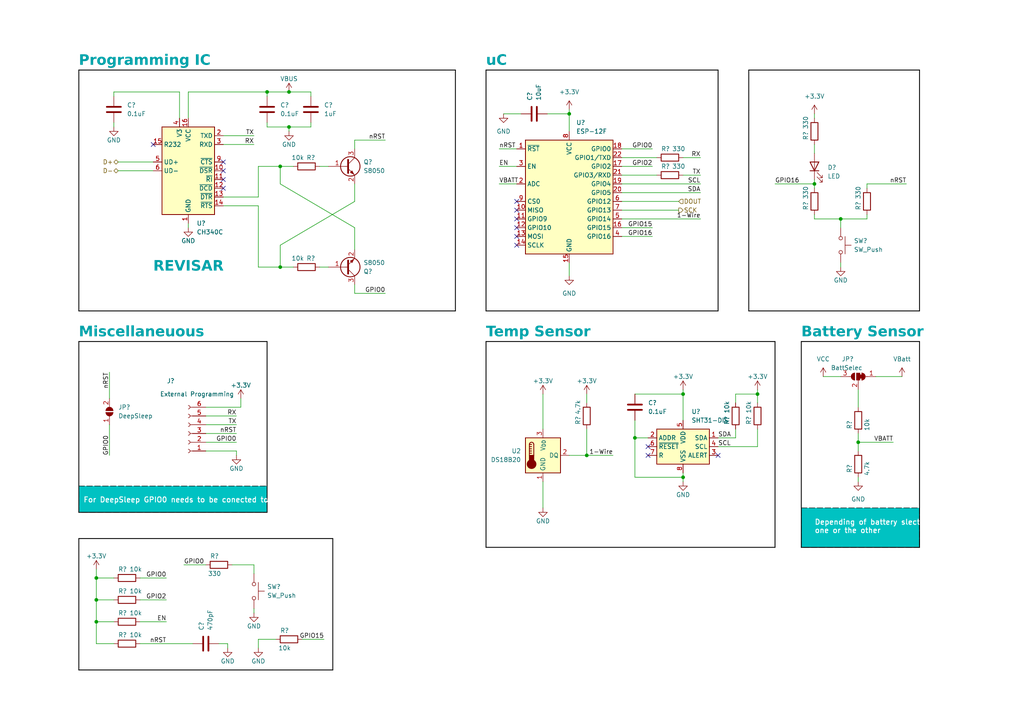
<source format=kicad_sch>
(kicad_sch (version 20230121) (generator eeschema)
  (paper "A4")
  (title_block (title "Gas Weigther") (date "2023-11-04") (rev "1"))
  (lib_symbols
    (symbol "Connector:Conn_01x06_Female" (pin_names (offset 1.016) hide)
      (property "Reference" "J" (at 0 7.62 0))
      (property "Value" "Conn_01x06_Female" (at 0 -10.16 0))
      (symbol "Conn_01x06_Female_1_1"
        (arc (start 0 -7.112) (mid -0.5058 -7.62) (end 0 -8.128) (stroke (width 0.1524)))
        (arc (start 0 -4.572) (mid -0.5058 -5.08) (end 0 -5.588) (stroke (width 0.1524)))
        (arc (start 0 -2.032) (mid -0.5058 -2.54) (end 0 -3.048) (stroke (width 0.1524)))
        (polyline (pts (xy -1.27 -7.62) (xy -0.508 -7.62)) (stroke (width 0.1524)))
        (polyline (pts (xy -1.27 -5.08) (xy -0.508 -5.08)) (stroke (width 0.1524)))
        (polyline (pts (xy -1.27 -2.54) (xy -0.508 -2.54)) (stroke (width 0.1524)))
        (polyline (pts (xy -1.27 0) (xy -0.508 0)) (stroke (width 0.1524)))
        (polyline (pts (xy -1.27 2.54) (xy -0.508 2.54)) (stroke (width 0.1524)))
        (polyline (pts (xy -1.27 5.08) (xy -0.508 5.08)) (stroke (width 0.1524)))
        (arc (start 0 0.508) (mid -0.5058 0) (end 0 -0.508) (stroke (width 0.1524)))
        (arc (start 0 3.048) (mid -0.5058 2.54) (end 0 2.032) (stroke (width 0.1524)))
        (arc (start 0 5.588) (mid -0.5058 5.08) (end 0 4.572) (stroke (width 0.1524)))
        (pin passive line (at -5.08 5.08 0) (length 3.81) (name "Pin_1") (number "1"))
        (pin passive line (at -5.08 2.54 0) (length 3.81) (name "Pin_2") (number "2"))
        (pin passive line (at -5.08 0 0) (length 3.81) (name "Pin_3") (number "3"))
        (pin passive line (at -5.08 -2.54 0) (length 3.81) (name "Pin_4") (number "4"))
        (pin passive line (at -5.08 -5.08 0) (length 3.81) (name "Pin_5") (number "5"))
        (pin passive line (at -5.08 -7.62 0) (length 3.81) (name "Pin_6") (number "6"))
      )
    )
    (symbol "Device:C" (pin_numbers hide) (pin_names (offset 0.254))
      (property "Reference" "C" (at 0.635 2.54 0))
      (property "Value" "C" (at 0.635 -2.54 0))
      (symbol "C_0_1"
        (polyline (pts (xy -2.032 -0.762) (xy 2.032 -0.762)) (stroke (width 0.508)))
        (polyline (pts (xy -2.032 0.762) (xy 2.032 0.762)) (stroke (width 0.508)))
      )
      (symbol "C_1_1"
        (pin passive line (at 0 3.81 270) (length 2.794) (name "~") (number "1"))
        (pin passive line (at 0 -3.81 90) (length 2.794) (name "~") (number "2"))
      )
    )
    (symbol "Device:LED" (pin_numbers hide) (pin_names (offset 1.016) hide)
      (property "Reference" "D" (at 0 2.54 0))
      (property "Value" "LED" (at 0 -2.54 0))
      (symbol "LED_0_1"
        (polyline (pts (xy -1.27 -1.27) (xy -1.27 1.27)) (stroke (width 0.254)))
        (polyline (pts (xy -1.27 0) (xy 1.27 0)))
        (polyline (pts (xy 1.27 -1.27) (xy 1.27 1.27) (xy -1.27 0) (xy 1.27 -1.27)) (stroke (width 0.254)))
        (polyline (pts (xy -3.048 -0.762) (xy -4.572 -2.286) (xy -3.81 -2.286) (xy -4.572 -2.286) (xy -4.572 -1.524)))
        (polyline (pts (xy -1.778 -0.762) (xy -3.302 -2.286) (xy -2.54 -2.286) (xy -3.302 -2.286) (xy -3.302 -1.524)))
      )
      (symbol "LED_1_1"
        (pin passive line (at -3.81 0 0) (length 2.54) (name "K") (number "1"))
        (pin passive line (at 3.81 0 180) (length 2.54) (name "A") (number "2"))
      )
    )
    (symbol "Device:R" (pin_numbers hide) (pin_names (offset 0))
      (property "Reference" "R" (at 2.032 0 90))
      (property "Value" "R" (at 0 0 90))
      (symbol "R_0_1"
        (rectangle (start -1.016 -2.54) (end 1.016 2.54) (stroke (width 0.254)))
      )
      (symbol "R_1_1"
        (pin passive line (at 0 3.81 270) (length 1.27) (name "~") (number "1"))
        (pin passive line (at 0 -3.81 90) (length 1.27) (name "~") (number "2"))
      )
    )
    (symbol "Interface_USB:CH340C"
      (property "Reference" "U" (at -5.08 13.97 0))
      (property "Value" "CH340C" (at 1.27 13.97 0))
      (symbol "CH340C_0_1"
        (rectangle (start -7.62 12.7) (end 7.62 -12.7) (stroke (width 0.254)) (fill (type background)))
      )
      (symbol "CH340C_1_1"
        (pin power_in line (at 0 -15.24 90) (length 2.54) (name "GND") (number "1"))
        (pin input line (at 10.16 0 180) (length 2.54) (name "~{DSR}") (number "10"))
        (pin input line (at 10.16 -2.54 180) (length 2.54) (name "~{RI}") (number "11"))
        (pin input line (at 10.16 -5.08 180) (length 2.54) (name "~{DCD}") (number "12"))
        (pin output line (at 10.16 -7.62 180) (length 2.54) (name "~{DTR}") (number "13"))
        (pin output line (at 10.16 -10.16 180) (length 2.54) (name "~{RTS}") (number "14"))
        (pin input line (at -10.16 7.62 0) (length 2.54) (name "R232") (number "15"))
        (pin power_in line (at 0 15.24 270) (length 2.54) (name "VCC") (number "16"))
        (pin output line (at 10.16 10.16 180) (length 2.54) (name "TXD") (number "2"))
        (pin input line (at 10.16 7.62 180) (length 2.54) (name "RXD") (number "3"))
        (pin passive line (at -2.54 15.24 270) (length 2.54) (name "V3") (number "4"))
        (pin bidirectional line (at -10.16 2.54 0) (length 2.54) (name "UD+") (number "5"))
        (pin bidirectional line (at -10.16 0 0) (length 2.54) (name "UD-") (number "6"))
        (pin no_connect line (at -7.62 -7.62 0) (length 2.54) hide (name "NC") (number "7"))
        (pin no_connect line (at -7.62 -10.16 0) (length 2.54) hide (name "NC") (number "8"))
        (pin input line (at 10.16 2.54 180) (length 2.54) (name "~{CTS}") (number "9"))
      )
    )
    (symbol "Jumper:SolderJumper_2_Open" (pin_names (offset 0) hide)
      (property "Reference" "JP" (at 0 2.032 0))
      (property "Value" "SolderJumper_2_Open" (at 0 -2.54 0))
      (symbol "SolderJumper_2_Open_0_1"
        (arc (start -0.254 1.016) (mid -1.2656 0) (end -0.254 -1.016))
        (arc (start -0.254 1.016) (mid -1.2656 0) (end -0.254 -1.016) (fill (type outline)))
        (polyline (pts (xy -0.254 1.016) (xy -0.254 -1.016)))
        (polyline (pts (xy 0.254 1.016) (xy 0.254 -1.016)))
        (arc (start 0.254 -1.016) (mid 1.2656 0) (end 0.254 1.016))
        (arc (start 0.254 -1.016) (mid 1.2656 0) (end 0.254 1.016) (fill (type outline)))
      )
      (symbol "SolderJumper_2_Open_1_1"
        (pin passive line (at -3.81 0 0) (length 2.54) (name "A") (number "1"))
        (pin passive line (at 3.81 0 180) (length 2.54) (name "B") (number "2"))
      )
    )
    (symbol "Jumper:SolderJumper_3_Bridged12" (pin_names (offset 0) hide)
      (property "Reference" "JP" (at -2.54 -2.54 0))
      (property "Value" "SolderJumper_3_Bridged12" (at 0 2.794 0))
      (symbol "SolderJumper_3_Bridged12_0_1"
        (rectangle (start -1.016 0.508) (end -0.508 -0.508) (fill (type outline)))
        (arc (start -1.016 1.016) (mid -2.0276 0) (end -1.016 -1.016))
        (arc (start -1.016 1.016) (mid -2.0276 0) (end -1.016 -1.016) (fill (type outline)))
        (rectangle (start -0.508 1.016) (end 0.508 -1.016) (fill (type outline)))
        (polyline (pts (xy -2.54 0) (xy -2.032 0)))
        (polyline (pts (xy -1.016 1.016) (xy -1.016 -1.016)))
        (polyline (pts (xy 0 -1.27) (xy 0 -1.016)))
        (polyline (pts (xy 1.016 1.016) (xy 1.016 -1.016)))
        (polyline (pts (xy 2.54 0) (xy 2.032 0)))
        (arc (start 1.016 -1.016) (mid 2.0276 0) (end 1.016 1.016))
        (arc (start 1.016 -1.016) (mid 2.0276 0) (end 1.016 1.016) (fill (type outline)))
      )
      (symbol "SolderJumper_3_Bridged12_1_1"
        (pin passive line (at -5.08 0 0) (length 2.54) (name "A") (number "1"))
        (pin passive line (at 0 -3.81 90) (length 2.54) (name "C") (number "2"))
        (pin passive line (at 5.08 0 180) (length 2.54) (name "B") (number "3"))
      )
    )
    (symbol "Power_Symbols:VBatt" (power) (pin_names (offset 0))
      (property "Value" "VBatt" (at 0 6.35 0))
      (symbol "VBatt_0_1"
        (polyline (pts (xy -0.762 1.27) (xy 0 2.54)))
        (polyline (pts (xy 0 0) (xy 0 2.54)))
        (polyline (pts (xy 0 2.54) (xy 0.762 1.27)))
      )
      (symbol "VBatt_1_1"
        (pin power_in line (at 0 0 90) (length 0) hide (name "VBatt") (number "1"))
      )
    )
    (symbol "RF_Module:ESP-12F"
      (property "Reference" "U" (at -12.7 19.05 0))
      (property "Value" "ESP-12F" (at 12.7 19.05 0))
      (symbol "ESP-12F_0_1"
        (rectangle (start -12.7 17.78) (end 12.7 -15.24) (stroke (width 0.254)) (fill (type background)))
      )
      (symbol "ESP-12F_1_1"
        (pin input line (at -15.24 15.24 0) (length 2.54) (name "~{RST}") (number "1"))
        (pin bidirectional line (at -15.24 -2.54 0) (length 2.54) (name "MISO") (number "10"))
        (pin bidirectional line (at -15.24 -5.08 0) (length 2.54) (name "GPIO9") (number "11"))
        (pin bidirectional line (at -15.24 -7.62 0) (length 2.54) (name "GPIO10") (number "12"))
        (pin bidirectional line (at -15.24 -10.16 0) (length 2.54) (name "MOSI") (number "13"))
        (pin bidirectional line (at -15.24 -12.7 0) (length 2.54) (name "SCLK") (number "14"))
        (pin power_in line (at 0 -17.78 90) (length 2.54) (name "GND") (number "15"))
        (pin bidirectional line (at 15.24 -7.62 180) (length 2.54) (name "GPIO15") (number "16"))
        (pin bidirectional line (at 15.24 10.16 180) (length 2.54) (name "GPIO2") (number "17"))
        (pin bidirectional line (at 15.24 15.24 180) (length 2.54) (name "GPIO0") (number "18"))
        (pin bidirectional line (at 15.24 5.08 180) (length 2.54) (name "GPIO4") (number "19"))
        (pin input line (at -15.24 5.08 0) (length 2.54) (name "ADC") (number "2"))
        (pin bidirectional line (at 15.24 2.54 180) (length 2.54) (name "GPIO5") (number "20"))
        (pin bidirectional line (at 15.24 7.62 180) (length 2.54) (name "GPIO3/RXD") (number "21"))
        (pin bidirectional line (at 15.24 12.7 180) (length 2.54) (name "GPIO1/TXD") (number "22"))
        (pin input line (at -15.24 10.16 0) (length 2.54) (name "EN") (number "3"))
        (pin bidirectional line (at 15.24 -10.16 180) (length 2.54) (name "GPIO16") (number "4"))
        (pin bidirectional line (at 15.24 -5.08 180) (length 2.54) (name "GPIO14") (number "5"))
        (pin bidirectional line (at 15.24 0 180) (length 2.54) (name "GPIO12") (number "6"))
        (pin bidirectional line (at 15.24 -2.54 180) (length 2.54) (name "GPIO13") (number "7"))
        (pin power_in line (at 0 20.32 270) (length 2.54) (name "VCC") (number "8"))
        (pin input line (at -15.24 0 0) (length 2.54) (name "CS0") (number "9"))
      )
    )
    (symbol "S8050_1" (pin_names (offset 0) hide)
      (property "Reference" "Q1" (at 5.08 1.2701 0))
      (property "Value" "S8050" (at 5.08 -1.2699 0))
      (symbol "S8050_1_0_1"
        (polyline (pts (xy 0 0) (xy 0.635 0)))
        (polyline (pts (xy 0.635 0.635) (xy 2.54 2.54)))
        (polyline (pts (xy 0.635 -0.635) (xy 2.54 -2.54) (xy 2.54 -2.54)))
        (polyline (pts (xy 0.635 1.905) (xy 0.635 -1.905) (xy 0.635 -1.905)) (stroke (width 0.508)))
        (polyline (pts (xy 1.27 -1.778) (xy 1.778 -1.27) (xy 2.286 -2.286) (xy 1.27 -1.778) (xy 1.27 -1.778)) (fill (type outline)))
        (circle (center 1.27 0) (radius 2.8194) (stroke (width 0.254)))
      )
      (symbol "S8050_1_1_1"
        (pin input line (at -5.08 0 0) (length 5.08) (name "B") (number "1"))
        (pin passive line (at 2.54 -5.08 90) (length 2.54) (name "E") (number "2"))
        (pin passive line (at 2.54 5.08 270) (length 2.54) (name "C") (number "3"))
      )
    )
    (symbol "Sensor_Humidity:SHT31-DIS"
      (property "Reference" "U" (at -6.35 6.35 0))
      (property "Value" "SHT31-DIS" (at 6.35 6.35 0))
      (symbol "SHT31-DIS_0_1"
        (rectangle (start -7.62 5.08) (end 7.62 -5.08) (stroke (width 0.254)) (fill (type background)))
      )
      (symbol "SHT31-DIS_1_1"
        (pin bidirectional line (at 10.16 2.54 180) (length 2.54) (name "SDA") (number "1"))
        (pin input line (at -10.16 2.54 0) (length 2.54) (name "ADDR") (number "2"))
        (pin output line (at 10.16 -2.54 180) (length 2.54) (name "ALERT") (number "3"))
        (pin input line (at 10.16 0 180) (length 2.54) (name "SCL") (number "4"))
        (pin power_in line (at 0 7.62 270) (length 2.54) (name "VDD") (number "5"))
        (pin input line (at -10.16 0 0) (length 2.54) (name "~{RESET}") (number "6"))
        (pin passive line (at -10.16 -2.54 0) (length 2.54) (name "R") (number "7"))
        (pin power_in line (at 0 -7.62 90) (length 2.54) (name "VSS") (number "8"))
        (pin passive line (at 0 -7.62 90) (length 2.54) hide (name "VSS") (number "9"))
      )
    )
    (symbol "Sensor_Temperature:DS18B20"
      (property "Reference" "U" (at -3.81 6.35 0))
      (property "Value" "DS18B20" (at 6.35 6.35 0))
      (symbol "DS18B20_0_1"
        (rectangle (start -5.08 5.08) (end 5.08 -5.08) (stroke (width 0.254)) (fill (type background)))
        (circle (center -3.302 -2.54) (radius 1.27) (stroke (width 0.254)) (fill (type outline)))
        (rectangle (start -2.667 -1.905) (end -3.937 0) (stroke (width 0.254)) (fill (type outline)))
        (arc (start -2.667 3.175) (mid -3.302 3.8073) (end -3.937 3.175) (stroke (width 0.254)))
        (polyline (pts (xy -3.937 0.635) (xy -3.302 0.635)) (stroke (width 0.254)))
        (polyline (pts (xy -3.937 1.27) (xy -3.302 1.27)) (stroke (width 0.254)))
        (polyline (pts (xy -3.937 1.905) (xy -3.302 1.905)) (stroke (width 0.254)))
        (polyline (pts (xy -3.937 2.54) (xy -3.302 2.54)) (stroke (width 0.254)))
        (polyline (pts (xy -3.937 3.175) (xy -3.937 0)) (stroke (width 0.254)))
        (polyline (pts (xy -3.937 3.175) (xy -3.302 3.175)) (stroke (width 0.254)))
        (polyline (pts (xy -2.667 3.175) (xy -2.667 0)) (stroke (width 0.254)))
      )
      (symbol "DS18B20_1_1"
        (pin power_in line (at 0 -7.62 90) (length 2.54) (name "GND") (number "1"))
        (pin bidirectional line (at 7.62 0 180) (length 2.54) (name "DQ") (number "2"))
        (pin power_in line (at 0 7.62 270) (length 2.54) (name "V_{DD}") (number "3"))
      )
    )
    (symbol "Switch:SW_Push" (pin_numbers hide) (pin_names (offset 1.016) hide)
      (property "Reference" "SW" (at 1.27 2.54 0))
      (property "Value" "SW_Push" (at 0 -1.524 0))
      (symbol "SW_Push_0_1"
        (circle (center -2.032 0) (radius 0.508))
        (polyline (pts (xy 0 1.27) (xy 0 3.048)))
        (polyline (pts (xy 2.54 1.27) (xy -2.54 1.27)))
        (circle (center 2.032 0) (radius 0.508))
        (pin passive line (at -5.08 0 0) (length 2.54) (name "1") (number "1"))
        (pin passive line (at 5.08 0 180) (length 2.54) (name "2") (number "2"))
      )
    )
    (symbol "power:+3.3V" (power) (pin_names (offset 0))
      (property "Value" "+3.3V" (at 0 3.556 0))
      (symbol "+3.3V_0_1"
        (polyline (pts (xy -0.762 1.27) (xy 0 2.54)))
        (polyline (pts (xy 0 0) (xy 0 2.54)))
        (polyline (pts (xy 0 2.54) (xy 0.762 1.27)))
      )
      (symbol "+3.3V_1_1"
        (pin power_in line (at 0 0 90) (length 0) hide (name "+3.3V") (number "1"))
      )
    )
    (symbol "power:GND" (power) (pin_names (offset 0))
      (property "Value" "GND" (at 0 -3.81 0))
      (symbol "GND_0_1"
        (polyline (pts (xy 0 0) (xy 0 -1.27) (xy 1.27 -1.27) (xy 0 -2.54) (xy -1.27 -1.27) (xy 0 -1.27)))
      )
      (symbol "GND_1_1"
        (pin power_in line (at 0 0 270) (length 0) hide (name "GND") (number "1"))
      )
    )
    (symbol "power:VBUS" (power) (pin_names (offset 0))
      (property "Value" "VBUS" (at 0 3.81 0))
      (symbol "VBUS_0_1"
        (polyline (pts (xy -0.762 1.27) (xy 0 2.54)))
        (polyline (pts (xy 0 0) (xy 0 2.54)))
        (polyline (pts (xy 0 2.54) (xy 0.762 1.27)))
      )
      (symbol "VBUS_1_1"
        (pin power_in line (at 0 0 90) (length 0) hide (name "VBUS") (number "1"))
      )
    )
    (symbol "power:VCC" (power) (pin_names (offset 0))
      (property "Value" "VCC" (at 0 3.81 0))
      (symbol "VCC_0_1"
        (polyline (pts (xy -0.762 1.27) (xy 0 2.54)))
        (polyline (pts (xy 0 0) (xy 0 2.54)))
        (polyline (pts (xy 0 2.54) (xy 0.762 1.27)))
      )
      (symbol "VCC_1_1"
        (pin power_in line (at 0 0 90) (length 0) hide (name "VCC") (number "1"))
      )
    )
  )
  (junction (at 243.84 63.5))
  (junction (at 81.28 48.26))
  (junction (at 184.15 127))
  (junction (at 170.18 132.08))
  (junction (at 236.22 53.34))
  (junction (at 27.94 167.64))
  (junction (at 83.82 36.83))
  (junction (at 248.92 128.27))
  (junction (at 27.94 180.34))
  (junction (at 198.12 114.3))
  (junction (at 219.71 114.3))
  (junction (at 198.12 138.43))
  (junction (at 27.94 173.99))
  (junction (at 165.1 33.02))
  (junction (at 77.47 26.67))
  (junction (at 83.82 26.67))
  (junction (at 81.28 77.47))
  (no_connect (at 187.96 132.08))
  (no_connect (at 149.86 68.58))
  (no_connect (at 64.77 46.99))
  (no_connect (at 149.86 63.5))
  (no_connect (at 64.77 49.53))
  (no_connect (at 149.86 58.42))
  (no_connect (at 64.77 54.61))
  (no_connect (at 44.45 41.91))
  (no_connect (at 64.77 52.07))
  (no_connect (at 149.86 60.96))
  (no_connect (at 149.86 66.04))
  (no_connect (at 187.96 129.54))
  (no_connect (at 149.86 71.12))
  (no_connect (at 208.28 132.08))
  (wire (pts (xy 27.94 173.99) (xy 33.02 173.99)))
  (wire (pts (xy 59.69 125.73) (xy 68.58 125.73)))
  (wire (pts (xy 40.64 186.69) (xy 55.88 186.69)))
  (wire (pts (xy 83.82 36.83) (xy 90.17 36.83)))
  (wire (pts (xy 198.12 114.3) (xy 198.12 121.92)))
  (wire (pts (xy 219.71 114.3) (xy 219.71 116.84)))
  (wire (pts (xy 63.5 186.69) (xy 66.04 186.69)))
  (wire (pts (xy 90.17 26.67) (xy 90.17 27.94)))
  (wire (pts (xy 102.87 72.39) (xy 102.87 66.04)))
  (wire (pts (xy 198.12 113.03) (xy 198.12 114.3)))
  (polyline (pts (xy 208.28 20.32) (xy 208.28 90.17)) (stroke (width 0.25) (type solid) (color 0 0 0 1)))
  (wire (pts (xy 54.61 66.04) (xy 54.61 64.77)))
  (wire (pts (xy 40.64 180.34) (xy 48.26 180.34)))
  (wire (pts (xy 102.87 82.55) (xy 102.87 85.09)))
  (wire (pts (xy 198.12 139.7) (xy 198.12 138.43)))
  (wire (pts (xy 85.09 48.26) (xy 81.28 48.26)))
  (wire (pts (xy 102.87 66.04) (xy 81.28 53.34)))
  (polyline (pts (xy 140.97 20.32) (xy 208.28 20.32)) (stroke (width 0.25) (type solid) (color 0 0 0 1)))
  (wire (pts (xy 59.69 118.11) (xy 69.85 118.11)))
  (wire (pts (xy 31.75 123.19) (xy 31.75 132.08)))
  (wire (pts (xy 59.69 128.27) (xy 68.58 128.27)))
  (wire (pts (xy 27.94 167.64) (xy 27.94 173.99)))
  (wire (pts (xy 213.36 127) (xy 213.36 124.46)))
  (wire (pts (xy 219.71 124.46) (xy 219.71 129.54)))
  (polyline (pts (xy 132.08 20.32) (xy 132.08 90.17)) (stroke (width 0.25) (type solid) (color 0 0 0 1)))
  (wire (pts (xy 69.85 118.11) (xy 69.85 115.57)))
  (wire (pts (xy 87.63 185.42) (xy 93.98 185.42)))
  (polyline (pts (xy 266.7 90.17) (xy 217.17 90.17)) (stroke (width 0.25) (type solid) (color 0 0 0 1)))
  (wire (pts (xy 184.15 114.3) (xy 198.12 114.3)))
  (wire (pts (xy 92.71 77.47) (xy 95.25 77.47)))
  (polyline (pts (xy 77.47 99.06) (xy 77.47 148.59)) (stroke (width 0.25) (type solid) (color 0 0 0 1)))
  (wire (pts (xy 77.47 26.67) (xy 77.47 27.94)))
  (wire (pts (xy 74.93 77.47) (xy 81.28 77.47)))
  (polyline (pts (xy 22.86 156.21) (xy 22.86 194.31)) (stroke (width 0.25) (type solid) (color 0 0 0 1)))
  (wire (pts (xy 68.58 130.81) (xy 68.58 132.08)))
  (wire (pts (xy 102.87 58.42) (xy 81.28 71.12)))
  (wire (pts (xy 64.77 59.69) (xy 74.93 59.69)))
  (wire (pts (xy 77.47 36.83) (xy 83.82 36.83)))
  (wire (pts (xy 236.22 62.23) (xy 236.22 63.5)))
  (wire (pts (xy 243.84 63.5) (xy 251.46 63.5)))
  (wire (pts (xy 59.69 123.19) (xy 68.58 123.19)))
  (polyline (pts (xy 266.7 20.32) (xy 266.7 90.17)) (stroke (width 0.25) (type solid) (color 0 0 0 1)))
  (wire (pts (xy 184.15 138.43) (xy 198.12 138.43)))
  (wire (pts (xy 180.34 53.34) (xy 203.2 53.34)))
  (wire (pts (xy 73.66 177.8) (xy 73.66 176.53)))
  (wire (pts (xy 33.02 26.67) (xy 52.07 26.67)))
  (wire (pts (xy 180.34 60.96) (xy 196.85 60.96)))
  (wire (pts (xy 251.46 53.34) (xy 262.89 53.34)))
  (wire (pts (xy 31.75 107.95) (xy 31.75 115.57)))
  (polyline (pts (xy 266.7 158.75) (xy 232.41 158.75)) (stroke (width 0.25) (type solid) (color 0 0 0 1)))
  (wire (pts (xy 54.61 26.67) (xy 77.47 26.67)))
  (wire (pts (xy 184.15 121.92) (xy 184.15 127)))
  (wire (pts (xy 208.28 127) (xy 213.36 127)))
  (wire (pts (xy 236.22 63.5) (xy 243.84 63.5)))
  (wire (pts (xy 73.66 166.37) (xy 73.66 163.83)))
  (wire (pts (xy 180.34 68.58) (xy 189.23 68.58)))
  (polyline (pts (xy 217.17 20.32) (xy 266.7 20.32)) (stroke (width 0.25) (type solid) (color 0 0 0 1)))
  (wire (pts (xy 236.22 53.34) (xy 236.22 54.61)))
  (wire (pts (xy 248.92 128.27) (xy 259.08 128.27)))
  (wire (pts (xy 146.05 33.02) (xy 151.13 33.02)))
  (wire (pts (xy 248.92 125.73) (xy 248.92 128.27)))
  (wire (pts (xy 102.87 40.64) (xy 111.76 40.64)))
  (wire (pts (xy 90.17 36.83) (xy 90.17 35.56)))
  (wire (pts (xy 83.82 36.83) (xy 83.82 38.1)))
  (polyline (pts (xy 224.79 99.06) (xy 224.79 158.75)) (stroke (width 0.25) (type solid) (color 0 0 0 1)))
  (wire (pts (xy 33.02 27.94) (xy 33.02 26.67)))
  (wire (pts (xy 27.94 167.64) (xy 33.02 167.64)))
  (wire (pts (xy 219.71 113.03) (xy 219.71 114.3)))
  (wire (pts (xy 27.94 173.99) (xy 27.94 180.34)))
  (wire (pts (xy 77.47 36.83) (xy 77.47 35.56)))
  (wire (pts (xy 27.94 180.34) (xy 27.94 186.69)))
  (wire (pts (xy 243.84 109.22) (xy 238.76 109.22)))
  (wire (pts (xy 54.61 26.67) (xy 54.61 34.29)))
  (wire (pts (xy 208.28 129.54) (xy 219.71 129.54)))
  (wire (pts (xy 180.34 66.04) (xy 189.23 66.04)))
  (wire (pts (xy 180.34 63.5) (xy 203.2 63.5)))
  (polyline (pts (xy 22.86 99.06) (xy 77.47 99.06)) (stroke (width 0.25) (type solid) (color 0 0 0 1)))
  (wire (pts (xy 102.87 85.09) (xy 111.76 85.09)))
  (wire (pts (xy 64.77 39.37) (xy 73.66 39.37)))
  (wire (pts (xy 180.34 50.8) (xy 190.5 50.8)))
  (wire (pts (xy 81.28 77.47) (xy 85.09 77.47)))
  (wire (pts (xy 184.15 127) (xy 187.96 127)))
  (polyline (pts (xy 217.17 20.32) (xy 217.17 90.17)) (stroke (width 0.25) (type solid) (color 0 0 0 1)))
  (wire (pts (xy 64.77 57.15) (xy 74.93 57.15)))
  (wire (pts (xy 157.48 139.7) (xy 157.48 147.32)))
  (wire (pts (xy 102.87 43.18) (xy 102.87 40.64)))
  (wire (pts (xy 81.28 53.34) (xy 81.28 48.26)))
  (wire (pts (xy 248.92 138.43) (xy 248.92 139.7)))
  (wire (pts (xy 180.34 58.42) (xy 196.85 58.42)))
  (wire (pts (xy 170.18 114.3) (xy 170.18 116.84)))
  (wire (pts (xy 236.22 52.07) (xy 236.22 53.34)))
  (wire (pts (xy 81.28 71.12) (xy 81.28 77.47)))
  (polyline (pts (xy 96.52 156.21) (xy 96.52 194.31)) (stroke (width 0.25) (type solid) (color 0 0 0 1)))
  (wire (pts (xy 157.48 114.3) (xy 157.48 124.46)))
  (wire (pts (xy 198.12 45.72) (xy 203.2 45.72)))
  (wire (pts (xy 74.93 48.26) (xy 74.93 57.15)))
  (wire (pts (xy 180.34 45.72) (xy 190.5 45.72)))
  (wire (pts (xy 144.78 43.18) (xy 149.86 43.18)))
  (wire (pts (xy 83.82 26.67) (xy 90.17 26.67)))
  (polyline (pts (xy 77.47 148.59) (xy 22.86 148.59)) (stroke (width 0.25) (type solid) (color 0 0 0 1)))
  (wire (pts (xy 236.22 41.91) (xy 236.22 44.45)))
  (wire (pts (xy 77.47 26.67) (xy 83.82 26.67)))
  (wire (pts (xy 251.46 53.34) (xy 251.46 54.61)))
  (wire (pts (xy 170.18 132.08) (xy 170.18 124.46)))
  (wire (pts (xy 53.34 163.83) (xy 59.69 163.83)))
  (wire (pts (xy 74.93 59.69) (xy 74.93 77.47)))
  (wire (pts (xy 198.12 138.43) (xy 198.12 137.16)))
  (polyline (pts (xy 132.08 90.17) (xy 22.86 90.17)) (stroke (width 0.25) (type solid) (color 0 0 0 1)))
  (wire (pts (xy 184.15 127) (xy 184.15 138.43)))
  (wire (pts (xy 66.04 187.96) (xy 66.04 186.69)))
  (wire (pts (xy 74.93 185.42) (xy 74.93 187.96)))
  (wire (pts (xy 213.36 114.3) (xy 219.71 114.3)))
  (wire (pts (xy 180.34 43.18) (xy 189.23 43.18)))
  (wire (pts (xy 74.93 48.26) (xy 81.28 48.26)))
  (polyline (pts (xy 22.86 20.32) (xy 132.08 20.32)) (stroke (width 0.25) (type solid) (color 0 0 0 1)))
  (wire (pts (xy 74.93 185.42) (xy 80.01 185.42)))
  (wire (pts (xy 40.64 173.99) (xy 48.26 173.99)))
  (polyline (pts (xy 22.86 20.32) (xy 22.86 90.17)) (stroke (width 0.25) (type solid) (color 0 0 0 1)))
  (wire (pts (xy 251.46 63.5) (xy 251.46 62.23)))
  (wire (pts (xy 248.92 113.03) (xy 248.92 118.11)))
  (wire (pts (xy 236.22 33.02) (xy 236.22 34.29)))
  (polyline (pts (xy 140.97 99.06) (xy 224.79 99.06)) (stroke (width 0.25) (type solid) (color 0 0 0 1)))
  (wire (pts (xy 243.84 77.47) (xy 243.84 76.2)))
  (wire (pts (xy 40.64 167.64) (xy 48.26 167.64)))
  (polyline (pts (xy 208.28 90.17) (xy 140.97 90.17)) (stroke (width 0.25) (type solid) (color 0 0 0 1)))
  (wire (pts (xy 180.34 48.26) (xy 189.23 48.26)))
  (wire (pts (xy 144.78 53.34) (xy 149.86 53.34)))
  (wire (pts (xy 165.1 76.2) (xy 165.1 80.01)))
  (polyline (pts (xy 22.86 99.06) (xy 22.86 148.59)) (stroke (width 0.25) (type solid) (color 0 0 0 1)))
  (polyline (pts (xy 140.97 20.32) (xy 140.97 90.17)) (stroke (width 0.25) (type solid) (color 0 0 0 1)))
  (wire (pts (xy 33.02 36.83) (xy 33.02 35.56)))
  (wire (pts (xy 64.77 41.91) (xy 73.66 41.91)))
  (wire (pts (xy 27.94 180.34) (xy 33.02 180.34)))
  (wire (pts (xy 213.36 116.84) (xy 213.36 114.3)))
  (polyline (pts (xy 232.41 99.06) (xy 232.41 158.75)) (stroke (width 0.25) (type solid) (color 0 0 0 1)))
  (wire (pts (xy 158.75 33.02) (xy 165.1 33.02)))
  (wire (pts (xy 27.94 165.1) (xy 27.94 167.64)))
  (wire (pts (xy 165.1 33.02) (xy 165.1 38.1)))
  (wire (pts (xy 27.94 186.69) (xy 33.02 186.69)))
  (wire (pts (xy 34.29 49.53) (xy 44.45 49.53)))
  (wire (pts (xy 170.18 132.08) (xy 177.8 132.08)))
  (wire (pts (xy 59.69 120.65) (xy 68.58 120.65)))
  (wire (pts (xy 180.34 55.88) (xy 203.2 55.88)))
  (wire (pts (xy 198.12 50.8) (xy 203.2 50.8)))
  (wire (pts (xy 248.92 128.27) (xy 248.92 130.81)))
  (wire (pts (xy 165.1 31.75) (xy 165.1 33.02)))
  (polyline (pts (xy 22.86 156.21) (xy 96.52 156.21)) (stroke (width 0.25) (type solid) (color 0 0 0 1)))
  (wire (pts (xy 165.1 132.08) (xy 170.18 132.08)))
  (polyline (pts (xy 96.52 194.31) (xy 22.86 194.31)) (stroke (width 0.25) (type solid) (color 0 0 0 1)))
  (wire (pts (xy 52.07 26.67) (xy 52.07 34.29)))
  (wire (pts (xy 67.31 163.83) (xy 73.66 163.83)))
  (wire (pts (xy 243.84 66.04) (xy 243.84 63.5)))
  (wire (pts (xy 34.29 46.99) (xy 44.45 46.99)))
  (polyline (pts (xy 266.7 99.06) (xy 266.7 158.75)) (stroke (width 0.25) (type solid) (color 0 0 0 1)))
  (polyline (pts (xy 224.79 158.75) (xy 140.97 158.75)) (stroke (width 0.25) (type solid) (color 0 0 0 1)))
  (polyline (pts (xy 140.97 99.06) (xy 140.97 158.75)) (stroke (width 0.25) (type solid) (color 0 0 0 1)))
  (wire (pts (xy 59.69 130.81) (xy 68.58 130.81)))
  (polyline (pts (xy 232.41 99.06) (xy 266.7 99.06)) (stroke (width 0.25) (type solid) (color 0 0 0 1)))
  (wire (pts (xy 261.62 109.22) (xy 254 109.22)))
  (wire (pts (xy 92.71 48.26) (xy 95.25 48.26)))
  (wire (pts (xy 224.79 53.34) (xy 236.22 53.34)))
  (wire (pts (xy 144.78 48.26) (xy 149.86 48.26)))
  (wire (pts (xy 102.87 58.42) (xy 102.87 53.34)))
  (rectangle (start 232.41 147.32) (end 266.7 158.75) (stroke (width 0) (type dash) (color 0 0 0 1)) (fill (type color) (color 0 194 194 1)))
  (rectangle (start 22.86 140.97) (end 77.47 148.59) (stroke (width 0) (type dash) (color 0 0 0 1)) (fill (type color) (color 0 194 194 1)))
  (text "Programming IC" (at 22.86 20.32 0) (effects (font (size 3 3) (thickness 0.6) bold) (justify left bottom)))
  (text "REVISAR" (at 44.45 80.01 0) (effects (font (size 3 3) (thickness 0.6) bold) (justify left bottom)))
  (text "Temp Sensor" (at 140.97 99.06 0) (effects (font (size 3 3) (thickness 0.6) bold) (justify left bottom)))
  (text "uC" (at 140.97 20.32 0) (effects (font (size 3 3) (thickness 0.6) bold) (justify left bottom)))
  (text "For DeepSleep GPIO0 needs to be conected to nRST." (at 24.13 146.05 0) (effects (font (size 1.5 1.5) (thickness 0.2508) bold) (justify left bottom)))
  (text "Miscellaneuous" (at 22.86 99.06 0) (effects (font (size 3 3) (thickness 0.6) bold) (justify left bottom)))
  (text "Battery Sensor" (at 232.41 99.06 0) (effects (font (size 3 3) (thickness 0.6) bold) (justify left bottom)))
  (text "Depending of battery slect \none or the other" (at 236.22 154.94 0) (effects (font (size 1.5 1.5) (thickness 0.2508) bold) (justify left bottom)))
  (label "1-Wire" (at 203.2 63.5 180))
  (label "RX" (at 203.2 45.72 180))
  (label "1-Wire" (at 177.8 132.08 180))
  (label "EN" (at 48.26 180.34 180))
  (label "nRST" (at 68.58 125.73 180))
  (label "GPIO0" (at 48.26 167.64 180))
  (label "nRST" (at 144.78 43.18 0))
  (label "GPIO2" (at 189.23 48.26 180))
  (label "EN" (at 144.78 48.26 0))
  (label "GPIO16" (at 189.23 68.58 180))
  (label "GPIO16" (at 224.79 53.34 0))
  (label "RX" (at 73.66 41.91 180))
  (label "GPIO0" (at 189.23 43.18 180))
  (label "VBATT" (at 144.78 53.34 0))
  (label "GPIO0" (at 53.34 163.83 0))
  (label "GPIO15" (at 93.98 185.42 180))
  (label "nRST" (at 111.76 40.64 180))
  (label "SDA" (at 208.28 127 0))
  (label "SCL" (at 203.2 53.34 180))
  (label "TX" (at 73.66 39.37 180))
  (label "SDA" (at 203.2 55.88 180))
  (label "GPIO0" (at 111.76 85.09 180))
  (label "nRST" (at 31.75 107.95 270))
  (label "nRST" (at 262.89 53.34 180))
  (label "RX" (at 68.58 120.65 180))
  (label "TX" (at 203.2 50.8 180))
  (label "GPIO0" (at 68.58 128.27 180))
  (label "GPIO15" (at 189.23 66.04 180))
  (label "SCL" (at 208.28 129.54 0))
  (label "TX" (at 68.58 123.19 180))
  (label "GPIO0" (at 31.75 132.08 90))
  (label "VBATT" (at 259.08 128.27 180))
  (label "GPIO2" (at 48.26 173.99 180))
  (label "nRST" (at 48.26 186.69 180))
  (hierarchical_label "SCK" (shape output) (at 196.85 60.96 0))
  (hierarchical_label "D-" (shape bidirectional) (at 34.29 49.53 180))
  (hierarchical_label "D+" (shape bidirectional) (at 34.29 46.99 180))
  (hierarchical_label "DOUT" (shape input) (at 196.85 58.42 0))
  (symbol (lib_id "power:GND") (at 73.66 177.8 0) (unit 1)
    (property "Reference" "#PWR038" (effects hide))
    (property "Value" "GND" (at 73.66 181.61 0))
    (instances (project "GasWeighter" (path "" (reference "#PWR038") (unit 1)) (path "" (reference "#PWR038") (unit 1))) (project "Arbolito" (path "" (reference "#PWR029") (unit 1))))
  )
  (symbol (lib_id "Device:R") (at 194.31 50.8 90) (unit 1)
    (property "Reference" "R?" (at 193.04 48.26 90))
    (property "Value" "330" (at 196.85 48.26 90))
    (property "Footprint" "Resistor_SMD:R_0805_2012Metric_Pad1.20x1.40mm_HandSolder" (effects hide))
    (instances (project "GasWeighter" (path "" (reference "R?") (unit 1)) (path "" (reference "R12") (unit 1))) (project "Arbolito" (path "" (reference "R12") (unit 1))))
  )
  (symbol (lib_id "Sensor_Humidity:SHT31-DIS") (at 198.12 129.54 0) (unit 1)
    (property "Reference" "U?" (at 200.5456 119.38 0) (effects (justify left)))
    (property "Value" "SHT31-DIS" (at 200.5456 121.92 0) (effects (justify left)))
    (property "Footprint" "Sensor_Humidity:Sensirion_DFN-8-1EP_2.5x2.5mm_P0.5mm_EP1.1x1.7mm" (effects hide))
    (property "Datasheet" "https://www.sensirion.com/fileadmin/user_upload/customers/sensirion/Dokumente/2_Humidity_Sensors/Datasheets/Sensirion_Humidity_Sensors_SHT3x_Datasheet_digital.pdf" (effects hide))
    (instances (project "GasWeighter" (path "" (reference "U?") (unit 1)) (path "" (reference "U4") (unit 1)) (path "" (reference "U?") (unit 1))) (project "Arbolito" (path "" (reference "U5") (unit 1))))
  )
  (symbol (lib_id "power:GND") (at 74.93 187.96 0) (unit 1)
    (property "Reference" "#PWR039" (effects hide))
    (property "Value" "GND" (at 74.93 191.77 0))
    (instances (project "GasWeighter" (path "" (reference "#PWR039") (unit 1)) (path "" (reference "#PWR039") (unit 1))) (project "Arbolito" (path "" (reference "#PWR030") (unit 1))))
  )
  (symbol (lib_id "Device:R") (at 36.83 180.34 90) (unit 1)
    (property "Reference" "R?" (at 35.56 177.8 90))
    (property "Value" "10k" (at 39.37 177.8 90))
    (property "Footprint" "Resistor_SMD:R_0805_2012Metric_Pad1.20x1.40mm_HandSolder" (effects hide))
    (instances (project "GasWeighter" (path "" (reference "R?") (unit 1)) (path "" (reference "R4") (unit 1))) (project "Arbolito" (path "" (reference "R9") (unit 1))))
  )
  (symbol (lib_id "power:GND") (at 66.04 187.96 0) (unit 1)
    (property "Reference" "#PWR036" (effects hide))
    (property "Value" "GND" (at 66.04 191.77 0))
    (instances (project "GasWeighter" (path "" (reference "#PWR036") (unit 1)) (path "" (reference "#PWR036") (unit 1))) (project "Arbolito" (path "" (reference "#PWR027") (unit 1))))
  )
  (symbol (lib_id "Device:R") (at 236.22 58.42 180) (unit 1)
    (property "Reference" "R?" (at 233.68 59.69 90))
    (property "Value" "330" (at 233.68 55.88 90))
    (property "Footprint" "Resistor_SMD:R_0805_2012Metric_Pad1.20x1.40mm_HandSolder" (effects hide))
    (instances (project "GasWeighter" (path "" (reference "R?") (unit 1)) (path "" (reference "R16") (unit 1))) (project "Arbolito" (path "" (reference "R16") (unit 1))))
  )
  (symbol (lib_id "Switch:SW_Push") (at 73.66 171.45 270) (unit 1)
    (property "Reference" "SW?" (at 77.47 170.1799 90) (effects (justify left)))
    (property "Value" "SW_Push" (at 77.47 172.7199 90) (effects (justify left)))
    (property "Footprint" "Library:Button" (effects hide))
    (instances (project "GasWeighter" (path "" (reference "SW?") (unit 1)) (path "" (reference "SW1") (unit 1))) (project "Arbolito" (path "" (reference "SW3") (unit 1))))
  )
  (symbol (lib_id "Jumper:SolderJumper_2_Open") (at 31.75 119.38 90) (unit 1)
    (property "Reference" "JP?" (at 34.29 118.1099 90) (effects (justify right)))
    (property "Value" "DeepSleep" (at 34.29 120.6499 90) (effects (justify right)))
    (property "Footprint" "Jumper:SolderJumper-2_P1.3mm_Open_RoundedPad1.0x1.5mm" (effects hide))
    (instances (project "GasWeighter" (path "" (reference "JP?") (unit 1)) (path "" (reference "JP1") (unit 1))))
  )
  (symbol (lib_id "Device:R") (at 36.83 173.99 90) (unit 1)
    (property "Reference" "R?" (at 35.56 171.45 90))
    (property "Value" "10k" (at 39.37 171.45 90))
    (property "Footprint" "Resistor_SMD:R_0805_2012Metric_Pad1.20x1.40mm_HandSolder" (effects hide))
    (instances (project "GasWeighter" (path "" (reference "R?") (unit 1)) (path "" (reference "R3") (unit 1))) (project "Arbolito" (path "" (reference "R8") (unit 1))))
  )
  (symbol (lib_id "Device:C") (at 59.69 186.69 90) (unit 1)
    (property "Reference" "C?" (at 58.4199 182.88 0) (effects (justify left)))
    (property "Value" "470pF" (at 60.9599 182.88 0) (effects (justify left)))
    (property "Footprint" "Capacitor_SMD:C_0805_2012Metric" (effects hide))
    (instances (project "GasWeighter" (path "" (reference "C?") (unit 1)) (path "" (reference "C2") (unit 1))) (project "Arbolito" (path "" (reference "C10") (unit 1))))
  )
  (symbol (lib_id "power:+3.3V") (at 170.18 114.3 0) (unit 1)
    (property "Reference" "#PWR018" (effects hide))
    (property "Value" "+3.3V" (at 170.18 110.49 0))
    (instances (project "GasWeighter" (path "" (reference "#PWR018") (unit 1)) (path "" (reference "#PWR022") (unit 1)) (path "" (reference "#PWR022") (unit 1))) (project "Arbolito" (path "" (reference "#PWR033") (unit 1))))
  )
  (symbol (lib_id "Device:R") (at 36.83 167.64 90) (unit 1)
    (property "Reference" "R?" (at 35.56 165.1 90))
    (property "Value" "10k" (at 39.37 165.1 90))
    (property "Footprint" "Resistor_SMD:R_0805_2012Metric_Pad1.20x1.40mm_HandSolder" (effects hide))
    (instances (project "GasWeighter" (path "" (reference "R?") (unit 1)) (path "" (reference "R2") (unit 1))) (project "Arbolito" (path "" (reference "R7") (unit 1))))
  )
  (symbol (lib_id "Device:R") (at 63.5 163.83 270) (unit 1)
    (property "Reference" "R?" (at 62.23 161.29 90))
    (property "Value" "330" (at 62.23 166.37 90))
    (property "Footprint" "Resistor_SMD:R_0805_2012Metric_Pad1.20x1.40mm_HandSolder" (effects hide))
    (instances (project "GasWeighter" (path "" (reference "R?") (unit 1)) (path "" (reference "R6") (unit 1))) (project "Arbolito" (path "" (reference "R13") (unit 1))))
  )
  (symbol (lib_id "Device:R") (at 248.92 121.92 0) (unit 1)
    (property "Reference" "R?" (at 246.38 123.19 90))
    (property "Value" "10k" (at 251.46 123.19 90))
    (property "Footprint" "Resistor_SMD:R_0805_2012Metric_Pad1.20x1.40mm_HandSolder" (effects hide))
    (instances (project "GasWeighter" (path "" (reference "R?") (unit 1)) (path "" (reference "R17") (unit 1))) (project "Arbolito" (path "" (reference "R21") (unit 1))))
  )
  (symbol (lib_id "Sensor_Temperature:DS18B20") (at 157.48 132.08 0) (unit 1)
    (property "Reference" "U2" (at 151.13 130.8099 0) (effects (justify right)))
    (property "Value" "DS18B20" (at 151.13 133.3499 0) (effects (justify right)))
    (property "Footprint" "Package_TO_SOT_THT:TO-92_Inline" (effects hide))
    (property "Datasheet" "http://datasheets.maximintegrated.com/en/ds/DS18B20.pdf" (effects hide))
    (instances (project "GasWeighter" (path "" (reference "U2") (unit 1)) (path "" (reference "U?") (unit 1))))
  )
  (symbol (lib_id "Device:C") (at 90.17 31.75 0) (unit 1)
    (property "Reference" "C?" (at 93.98 30.4799 0) (effects (justify left)))
    (property "Value" "1uF" (at 93.98 33.0199 0) (effects (justify left)))
    (property "Footprint" "Capacitor_SMD:C_0805_2012Metric" (effects hide))
    (instances (project "GasWeighter" (path "" (reference "C?") (unit 1)) (path "" (reference "C4") (unit 1))) (project "Arbolito" (path "" (reference "C5") (unit 1))))
  )
  (symbol (lib_id "Interface_USB:CH340C") (at 54.61 49.53 0) (unit 1)
    (property "Reference" "U?" (at 57.0356 64.77 0) (effects (justify left)))
    (property "Value" "CH340C" (at 57.0356 67.31 0) (effects (justify left)))
    (property "Footprint" "Package_SO:SOIC-16_3.9x9.9mm_P1.27mm" (effects hide))
    (property "Datasheet" "https://datasheet.lcsc.com/szlcsc/Jiangsu-Qin-Heng-CH340C_C84681.pdf" (effects hide))
    (instances (project "GasWeighter" (path "" (reference "U?") (unit 1)) (path "" (reference "U1") (unit 1))) (project "Arbolito" (path "" (reference "U2") (unit 1))))
  )
  (symbol (lib_id "power:GND") (at 157.48 147.32 0) (unit 1)
    (property "Reference" "#PWR019" (effects hide))
    (property "Value" "GND" (at 157.48 151.13 0))
    (instances (project "GasWeighter" (path "" (reference "#PWR019") (unit 1)) (path "" (reference "#PWR021") (unit 1)) (path "" (reference "#PWR021") (unit 1))) (project "Arbolito" (path "" (reference "#PWR034") (unit 1))))
  )
  (symbol (lib_id "Device:R") (at 170.18 120.65 180) (unit 1)
    (property "Reference" "R?" (at 167.64 121.92 90))
    (property "Value" "4.7k" (at 167.64 118.11 90))
    (property "Footprint" "Resistor_SMD:R_0805_2012Metric_Pad1.20x1.40mm_HandSolder" (effects hide))
    (instances (project "GasWeighter" (path "" (reference "R?") (unit 1)) (path "" (reference "R10") (unit 1)) (path "" (reference "R?") (unit 1))) (project "Arbolito" (path "" (reference "R14") (unit 1))))
  )
  (symbol (lib_id "power:GND") (at 68.58 132.08 0) (unit 1)
    (property "Reference" "#PWR016" (effects hide))
    (property "Value" "GND" (at 68.58 135.89 0))
    (instances (project "GasWeighter" (path "" (reference "#PWR016") (unit 1)) (path "" (reference "#PWR016") (unit 1))) (project "Arbolito" (path "" (reference "#PWR0101") (unit 1))))
  )
  (symbol (lib_id "Device:LED") (at 236.22 48.26 90) (unit 1)
    (property "Reference" "D?" (at 240.03 48.5774 90) (effects (justify right)))
    (property "Value" "LED" (at 240.03 51.1174 90) (effects (justify right)))
    (property "Footprint" "LED_SMD:LED_0805_2012Metric" (effects hide))
    (instances (project "GasWeighter" (path "" (reference "D?") (unit 1)) (path "" (reference "D1") (unit 1))) (project "Arbolito" (path "" (reference "D2") (unit 1))))
  )
  (symbol (lib_id "Device:R") (at 213.36 120.65 180) (unit 1)
    (property "Reference" "R?" (at 210.82 121.92 90))
    (property "Value" "10k" (at 210.82 118.11 90))
    (property "Footprint" "Resistor_SMD:R_0805_2012Metric_Pad1.20x1.40mm_HandSolder" (effects hide))
    (instances (project "GasWeighter" (path "" (reference "R?") (unit 1)) (path "" (reference "R13") (unit 1)) (path "" (reference "R?") (unit 1))) (project "Arbolito" (path "" (reference "R14") (unit 1))))
  )
  (symbol (lib_id "power:+3.3V") (at 69.85 115.57 0) (unit 1)
    (property "Reference" "#PWR015" (effects hide))
    (property "Value" "+3.3V" (at 69.85 111.76 0))
    (instances (project "GasWeighter" (path "" (reference "#PWR015") (unit 1)) (path "" (reference "#PWR017") (unit 1))) (project "Arbolito" (path "" (reference "#PWR0102") (unit 1))))
  )
  (symbol (lib_id "power:GND") (at 248.92 139.7 0) (unit 1)
    (property "Reference" "#PWR02" (effects hide))
    (property "Value" "GND" (at 248.92 144.78 0))
    (instances (project "GasWeighter" (path "" (reference "#PWR02") (unit 1)) (path "" (reference "#PWR04") (unit 1))) (project "Arbolito" (path "" (reference "#PWR0104") (unit 1))))
  )
  (symbol (lib_id "Device:R") (at 36.83 186.69 90) (unit 1)
    (property "Reference" "R?" (at 35.56 184.15 90))
    (property "Value" "10k" (at 39.37 184.15 90))
    (property "Footprint" "Resistor_SMD:R_0805_2012Metric_Pad1.20x1.40mm_HandSolder" (effects hide))
    (instances (project "GasWeighter" (path "" (reference "R?") (unit 1)) (path "" (reference "R5") (unit 1))) (project "Arbolito" (path "" (reference "R10") (unit 1))))
  )
  (symbol (lib_id "power:GND") (at 146.05 33.02 0) (unit 1)
    (property "Reference" "#PWR030" (effects hide))
    (property "Value" "GND" (at 146.05 38.1 0))
    (instances (project "GasWeighter" (path "" (reference "#PWR030") (unit 1)) (path "" (reference "#PWR030") (unit 1))) (project "Arbolito" (path "" (reference "#PWR021") (unit 1))))
  )
  (symbol (lib_id "Device:C") (at 77.47 31.75 0) (unit 1)
    (property "Reference" "C?" (at 81.28 30.4799 0) (effects (justify left)))
    (property "Value" "0.1uF" (at 81.28 33.0199 0) (effects (justify left)))
    (property "Footprint" "Capacitor_SMD:C_0805_2012Metric" (effects hide))
    (instances (project "GasWeighter" (path "" (reference "C?") (unit 1)) (path "" (reference "C3") (unit 1))) (project "Arbolito" (path "" (reference "C4") (unit 1))))
  )
  (symbol (lib_id "power:VCC") (at 238.76 109.22 0) (unit 1)
    (property "Reference" "#PWR012" (effects hide))
    (property "Value" "VCC" (at 238.76 104.14 0))
    (instances (project "GasWeighter" (path "" (reference "#PWR012") (unit 1)) (path "" (reference "#PWR060") (unit 1)) (path "" (reference "#PWR034") (unit 1))) (project "Arbolito" (path "" (reference "#PWR016") (unit 1))))
  )
  (symbol (lib_id "Device:R") (at 88.9 77.47 270) (mirror x) (unit 1)
    (property "Reference" "R?" (at 90.17 74.93 90))
    (property "Value" "10k" (at 86.36 74.93 90))
    (property "Footprint" "Resistor_SMD:R_0805_2012Metric_Pad1.20x1.40mm_HandSolder" (effects hide))
    (instances (project "GasWeighter" (path "" (reference "R?") (unit 1)) (path "" (reference "R9") (unit 1))) (project "Arbolito" (path "" (reference "R5") (unit 1))))
  )
  (symbol (lib_id "Device:R") (at 83.82 185.42 90) (unit 1)
    (property "Reference" "R?" (at 82.55 182.88 90))
    (property "Value" "10k" (at 82.55 187.96 90))
    (property "Footprint" "Resistor_SMD:R_0805_2012Metric_Pad1.20x1.40mm_HandSolder" (effects hide))
    (instances (project "GasWeighter" (path "" (reference "R?") (unit 1)) (path "" (reference "R7") (unit 1))) (project "Arbolito" (path "" (reference "R18") (unit 1))))
  )
  (symbol (lib_id "power:+3.3V") (at 27.94 165.1 0) (unit 1)
    (property "Reference" "#PWR035" (effects hide))
    (property "Value" "+3.3V" (at 27.94 161.29 0))
    (instances (project "GasWeighter" (path "" (reference "#PWR035") (unit 1)) (path "" (reference "#PWR035") (unit 1))) (project "Arbolito" (path "" (reference "#PWR026") (unit 1))))
  )
  (symbol (lib_name "S8050_1") (lib_id "Transistor_BJT:S8050") (at 100.33 77.47 0) (mirror x) (unit 1)
    (property "Reference" "Q?" (at 105.41 78.7401 0) (effects (justify left)))
    (property "Value" "S8050" (at 105.41 76.2001 0) (effects (justify left)))
    (property "Footprint" "Package_TO_SOT_SMD:SOT-23" (effects hide))
    (property "Datasheet" "http://www.unisonic.com.tw/datasheet/S8050.pdf" (effects hide))
    (instances (project "GasWeighter" (path "" (reference "Q?") (unit 1)) (path "" (reference "Q2") (unit 1))) (project "Arbolito" (path "" (reference "Q1") (unit 1))))
  )
  (symbol (lib_id "power:GND") (at 54.61 66.04 0) (unit 1)
    (property "Reference" "#PWR017" (effects hide))
    (property "Value" "GND" (at 54.61 69.85 0))
    (instances (project "GasWeighter" (path "" (reference "#PWR017") (unit 1)) (path "" (reference "#PWR015") (unit 1))) (project "Arbolito" (path "" (reference "#PWR013") (unit 1))))
  )
  (symbol (lib_id "power:GND") (at 198.12 139.7 0) (unit 1)
    (property "Reference" "#PWR019" (effects hide))
    (property "Value" "GND" (at 198.12 143.51 0))
    (instances (project "GasWeighter" (path "" (reference "#PWR019") (unit 1)) (path "" (reference "#PWR044") (unit 1)) (path "" (reference "#PWR044") (unit 1))) (project "Arbolito" (path "" (reference "#PWR034") (unit 1))))
  )
  (symbol (lib_id "Device:C") (at 154.94 33.02 90) (unit 1)
    (property "Reference" "C?" (at 153.6699 29.21 0) (effects (justify left)))
    (property "Value" "10uF" (at 156.2099 29.21 0) (effects (justify left)))
    (property "Footprint" "Capacitor_SMD:C_0805_2012Metric" (effects hide))
    (instances (project "GasWeighter" (path "" (reference "C?") (unit 1)) (path "" (reference "C5") (unit 1))) (project "Arbolito" (path "" (reference "C8") (unit 1))))
  )
  (symbol (lib_id "power:+3.3V") (at 165.1 31.75 0) (unit 1)
    (property "Reference" "#PWR032" (effects hide))
    (property "Value" "+3.3V" (at 165.1 26.67 0))
    (instances (project "GasWeighter" (path "" (reference "#PWR032") (unit 1)) (path "" (reference "#PWR032") (unit 1))) (project "Arbolito" (path "" (reference "#PWR024") (unit 1))))
  )
  (symbol (lib_id "Connector:Conn_01x06_Female") (at 54.61 125.73 180) (unit 1)
    (property "Reference" "J?" (at 49.53 110.49 0))
    (property "Value" "External Programming" (at 57.15 114.3 0))
    (property "Footprint" "Connector_PinHeader_2.54mm:PinHeader_1x06_P2.54mm_Vertical" (effects hide))
    (instances (project "GasWeighter" (path "" (reference "J?") (unit 1)) (path "" (reference "J11") (unit 1))) (project "Arbolito" (path "" (reference "J2") (unit 1))))
  )
  (symbol (lib_id "Switch:SW_Push") (at 243.84 71.12 270) (unit 1)
    (property "Reference" "SW?" (at 247.65 69.8499 90) (effects (justify left)))
    (property "Value" "SW_Push" (at 247.65 72.3899 90) (effects (justify left)))
    (property "Footprint" "Library:Button" (effects hide))
    (instances (project "GasWeighter" (path "" (reference "SW?") (unit 1)) (path "" (reference "SW2") (unit 1))) (project "Arbolito" (path "" (reference "SW4") (unit 1))))
  )
  (symbol (lib_id "Power_Symbols:VBatt") (at 261.62 109.22 0) (unit 1)
    (property "Reference" "#PWR01" (effects hide))
    (property "Value" "VBatt" (at 261.62 104.14 0))
    (instances (project "GasWeighter" (path "" (reference "#PWR01") (unit 1)) (path "" (reference "#PWR041") (unit 1))))
  )
  (symbol (lib_id "power:VBUS") (at 83.82 26.67 0) (unit 1)
    (property "Reference" "#PWR020" (effects hide))
    (property "Value" "VBUS" (at 83.82 22.86 0))
    (instances (project "GasWeighter" (path "" (reference "#PWR020") (unit 1)) (path "" (reference "#PWR018") (unit 1))) (project "Arbolito" (path "" (reference "#PWR09") (unit 1))))
  )
  (symbol (lib_id "RF_Module:ESP-12F") (at 165.1 58.42 0) (unit 1)
    (property "Reference" "U?" (at 167.1194 35.56 0) (effects (justify left)))
    (property "Value" "ESP-12F" (at 167.1194 38.1 0) (effects (justify left)))
    (property "Footprint" "RF_Module:ESP-12E" (effects hide))
    (property "Datasheet" "http://wiki.ai-thinker.com/_media/esp8266/esp8266_series_modules_user_manual_v1.1.pdf" (effects hide))
    (instances (project "GasWeighter" (path "" (reference "U?") (unit 1)) (path "" (reference "U3") (unit 1))) (project "Arbolito" (path "" (reference "U4") (unit 1))))
  )
  (symbol (lib_id "power:GND") (at 243.84 77.47 0) (unit 1)
    (property "Reference" "#PWR040" (effects hide))
    (property "Value" "GND" (at 243.84 81.28 0))
    (instances (project "GasWeighter" (path "" (reference "#PWR040") (unit 1)) (path "" (reference "#PWR040") (unit 1))) (project "Arbolito" (path "" (reference "#PWR031") (unit 1))))
  )
  (symbol (lib_id "power:+3.3V") (at 198.12 113.03 0) (unit 1)
    (property "Reference" "#PWR018" (effects hide))
    (property "Value" "+3.3V" (at 198.12 109.22 0))
    (instances (project "GasWeighter" (path "" (reference "#PWR018") (unit 1)) (path "" (reference "#PWR043") (unit 1)) (path "" (reference "#PWR043") (unit 1))) (project "Arbolito" (path "" (reference "#PWR033") (unit 1))))
  )
  (symbol (lib_id "Device:C") (at 184.15 118.11 0) (unit 1)
    (property "Reference" "C?" (at 187.96 116.8399 0) (effects (justify left)))
    (property "Value" "0.1uF" (at 187.96 119.3799 0) (effects (justify left)))
    (property "Footprint" "Capacitor_SMD:C_0805_2012Metric" (effects hide))
    (instances (project "GasWeighter" (path "" (reference "C?") (unit 1)) (path "" (reference "C6") (unit 1)) (path "" (reference "C?") (unit 1))) (project "Arbolito" (path "" (reference "C12") (unit 1))))
  )
  (symbol (lib_name "S8050_1") (lib_id "Transistor_BJT:S8050") (at 100.33 48.26 0) (unit 1)
    (property "Reference" "Q?" (at 105.41 46.9899 0) (effects (justify left)))
    (property "Value" "S8050" (at 105.41 49.5299 0) (effects (justify left)))
    (property "Footprint" "Package_TO_SOT_SMD:SOT-23" (effects hide))
    (property "Datasheet" "http://www.unisonic.com.tw/datasheet/S8050.pdf" (effects hide))
    (instances (project "GasWeighter" (path "" (reference "Q?") (unit 1)) (path "" (reference "Q1") (unit 1))) (project "Arbolito" (path "" (reference "Q2") (unit 1))))
  )
  (symbol (lib_id "Device:R") (at 88.9 48.26 270) (mirror x) (unit 1)
    (property "Reference" "R?" (at 90.17 45.72 90))
    (property "Value" "10k" (at 86.36 45.72 90))
    (property "Footprint" "Resistor_SMD:R_0805_2012Metric_Pad1.20x1.40mm_HandSolder" (effects hide))
    (instances (project "GasWeighter" (path "" (reference "R?") (unit 1)) (path "" (reference "R8") (unit 1))) (project "Arbolito" (path "" (reference "R6") (unit 1))))
  )
  (symbol (lib_id "Device:R") (at 194.31 45.72 90) (unit 1)
    (property "Reference" "R?" (at 193.04 43.18 90))
    (property "Value" "330" (at 196.85 43.18 90))
    (property "Footprint" "Resistor_SMD:R_0805_2012Metric_Pad1.20x1.40mm_HandSolder" (effects hide))
    (instances (project "GasWeighter" (path "" (reference "R?") (unit 1)) (path "" (reference "R11") (unit 1))) (project "Arbolito" (path "" (reference "R11") (unit 1))))
  )
  (symbol (lib_id "Device:R") (at 251.46 58.42 180) (unit 1)
    (property "Reference" "R?" (at 248.92 59.69 90))
    (property "Value" "330" (at 248.92 55.88 90))
    (property "Footprint" "Resistor_SMD:R_0805_2012Metric_Pad1.20x1.40mm_HandSolder" (effects hide))
    (instances (project "GasWeighter" (path "" (reference "R?") (unit 1)) (path "" (reference "R19") (unit 1))) (project "Arbolito" (path "" (reference "R19") (unit 1))))
  )
  (symbol (lib_id "power:+3.3V") (at 157.48 114.3 0) (unit 1)
    (property "Reference" "#PWR018" (effects hide))
    (property "Value" "+3.3V" (at 157.48 110.49 0))
    (instances (project "GasWeighter" (path "" (reference "#PWR018") (unit 1)) (path "" (reference "#PWR020") (unit 1)) (path "" (reference "#PWR020") (unit 1))) (project "Arbolito" (path "" (reference "#PWR033") (unit 1))))
  )
  (symbol (lib_id "Device:R") (at 219.71 120.65 180) (unit 1)
    (property "Reference" "R?" (at 217.17 121.92 90))
    (property "Value" "10k" (at 217.17 118.11 90))
    (property "Footprint" "Resistor_SMD:R_0805_2012Metric_Pad1.20x1.40mm_HandSolder" (effects hide))
    (instances (project "GasWeighter" (path "" (reference "R?") (unit 1)) (path "" (reference "R14") (unit 1)) (path "" (reference "R?") (unit 1))) (project "Arbolito" (path "" (reference "R17") (unit 1))))
  )
  (symbol (lib_id "Device:C") (at 33.02 31.75 0) (unit 1)
    (property "Reference" "C?" (at 36.83 30.4799 0) (effects (justify left)))
    (property "Value" "0.1uF" (at 36.83 33.0199 0) (effects (justify left)))
    (property "Footprint" "Capacitor_SMD:C_0805_2012Metric" (effects hide))
    (instances (project "GasWeighter" (path "" (reference "C?") (unit 1)) (path "" (reference "C1") (unit 1))) (project "Arbolito" (path "" (reference "C11") (unit 1))))
  )
  (symbol (lib_id "Device:R") (at 248.92 134.62 0) (unit 1)
    (property "Reference" "R?" (at 246.38 135.89 90))
    (property "Value" "4.7k" (at 251.46 135.89 90))
    (property "Footprint" "Resistor_SMD:R_0805_2012Metric_Pad1.20x1.40mm_HandSolder" (effects hide))
    (instances (project "GasWeighter" (path "" (reference "R?") (unit 1)) (path "" (reference "R18") (unit 1))) (project "Arbolito" (path "" (reference "R20") (unit 1))))
  )
  (symbol (lib_id "power:+3.3V") (at 236.22 33.02 0) (unit 1)
    (property "Reference" "#PWR037" (effects hide))
    (property "Value" "+3.3V" (at 236.22 27.94 0))
    (instances (project "GasWeighter" (path "" (reference "#PWR037") (unit 1)) (path "" (reference "#PWR037") (unit 1))) (project "Arbolito" (path "" (reference "#PWR028") (unit 1))))
  )
  (symbol (lib_id "power:GND") (at 33.02 36.83 0) (unit 1)
    (property "Reference" "#PWR014" (effects hide))
    (property "Value" "GND" (at 33.02 40.64 0))
    (instances (project "GasWeighter" (path "" (reference "#PWR014") (unit 1)) (path "" (reference "#PWR014") (unit 1))) (project "Arbolito" (path "" (reference "#PWR010") (unit 1))))
  )
  (symbol (lib_id "power:GND") (at 83.82 38.1 0) (unit 1)
    (property "Reference" "#PWR021" (effects hide))
    (property "Value" "GND" (at 83.82 41.91 0))
    (instances (project "GasWeighter" (path "" (reference "#PWR021") (unit 1)) (path "" (reference "#PWR019") (unit 1))) (project "Arbolito" (path "" (reference "#PWR020") (unit 1))))
  )
  (symbol (lib_id "power:GND") (at 165.1 80.01 0) (unit 1)
    (property "Reference" "#PWR033" (effects hide))
    (property "Value" "GND" (at 165.1 85.09 0))
    (instances (project "GasWeighter" (path "" (reference "#PWR033") (unit 1)) (path "" (reference "#PWR033") (unit 1))) (project "Arbolito" (path "" (reference "#PWR025") (unit 1))))
  )
  (symbol (lib_id "Jumper:SolderJumper_3_Bridged12") (at 248.92 109.22 0) (mirror y) (unit 1)
    (property "Reference" "JP?" (at 247.65 104.14 0) (effects (justify left)))
    (property "Value" "BattSelec" (at 250.1899 106.68 0) (effects (justify left)))
    (property "Footprint" "Jumper:SolderJumper-3_P1.3mm_Bridged12_RoundedPad1.0x1.5mm" (effects hide))
    (instances (project "GasWeighter" (path "" (reference "JP?") (unit 1)) (path "" (reference "JP2") (unit 1))))
  )
  (symbol (lib_id "power:+3.3V") (at 219.71 113.03 0) (unit 1)
    (property "Reference" "#PWR022" (effects hide))
    (property "Value" "+3.3V" (at 219.71 109.22 0))
    (instances (project "GasWeighter" (path "" (reference "#PWR022") (unit 1)) (path "" (reference "#PWR045") (unit 1)) (path "" (reference "#PWR045") (unit 1))) (project "Arbolito" (path "" (reference "#PWR032") (unit 1))))
  )
  (symbol (lib_id "Device:R") (at 236.22 38.1 180) (unit 1)
    (property "Reference" "R?" (at 233.68 39.37 90))
    (property "Value" "330" (at 233.68 35.56 90))
    (property "Footprint" "Resistor_SMD:R_0805_2012Metric_Pad1.20x1.40mm_HandSolder" (effects hide))
    (instances (project "GasWeighter" (path "" (reference "R?") (unit 1)) (path "" (reference "R15") (unit 1))) (project "Arbolito" (path "" (reference "R15") (unit 1))))
  )
)
</source>
